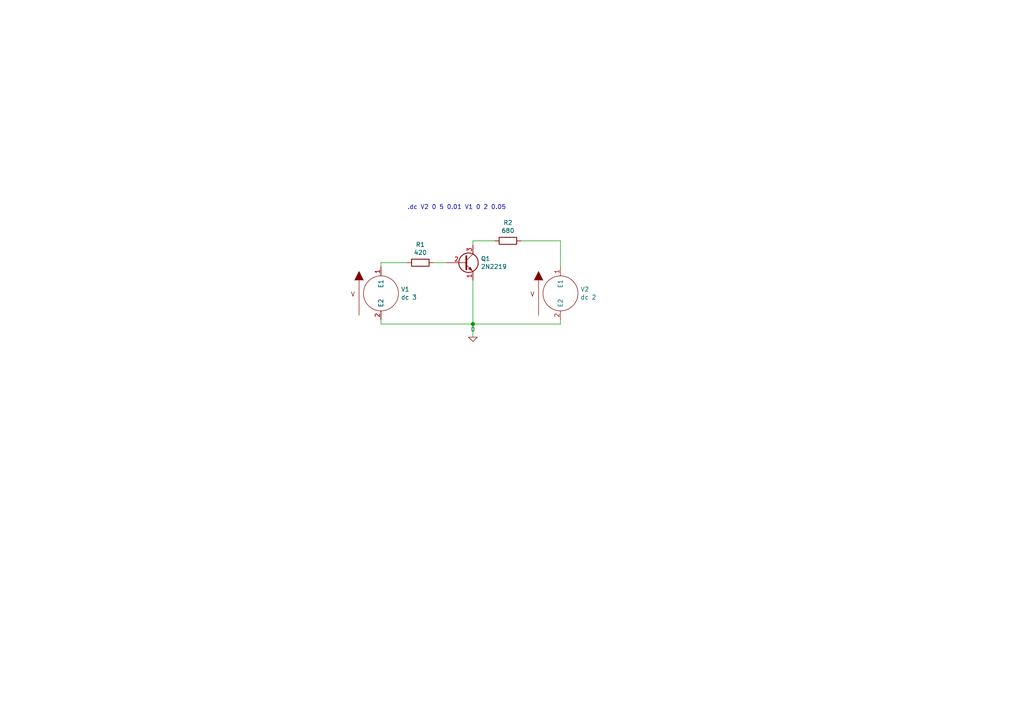
<source format=kicad_sch>
(kicad_sch (version 20210406) (generator eeschema)
  (paper "A4")
  (lib_symbols
    (symbol "BJT-rescue:0-pspice" (power) (pin_names (offset 0))
      (property "Value" "0-pspice" (at 0 -1.778 0))
      (symbol "0-pspice_0_1"
        (polyline (pts (xy -1.27 0) (xy 0 -1.27) (xy 1.27 0) (xy -1.27 0)))
      )
      (symbol "0-pspice_1_1"
        (pin power_in line (at 0 0 0) (length 0) hide (name "0") (number "1"))
      )
    )
    (symbol "BJT-rescue:2N2219-Transistor_BJT" (pin_names (offset 0) hide)
      (property "Reference" "Q" (at 5.08 1.905 0))
      (property "Value" "2N2219-Transistor_BJT" (at 5.08 0 0))
      (symbol "2N2219-Transistor_BJT_0_1"
        (circle (center 1.27 0) (radius 2.8194) (stroke (width 0.254)))
        (polyline (pts (xy 0.635 0.635) (xy 2.54 2.54)))
        (polyline (pts (xy 0.635 -0.635) (xy 2.54 -2.54) (xy 2.54 -2.54)))
        (polyline (pts (xy 0.635 1.905) (xy 0.635 -1.905) (xy 0.635 -1.905)) (stroke (width 0.508)))
        (polyline (pts (xy 1.27 -1.778) (xy 1.778 -1.27) (xy 2.286 -2.286) (xy 1.27 -1.778) (xy 1.27 -1.778)) (fill (type outline)))
      )
      (symbol "2N2219-Transistor_BJT_1_1"
        (pin passive line (at 2.54 -5.08 90) (length 2.54) (name "E") (number "1"))
        (pin passive line (at -5.08 0 0) (length 5.715) (name "B") (number "2"))
        (pin passive line (at 2.54 5.08 270) (length 2.54) (name "C") (number "3"))
      )
    )
    (symbol "BJT-rescue:R-Device" (pin_numbers hide) (pin_names (offset 0))
      (property "Reference" "R" (at 2.032 0 90))
      (property "Value" "R-Device" (at 0 0 90))
      (symbol "R-Device_0_1"
        (rectangle (start -1.016 -2.54) (end 1.016 2.54) (stroke (width 0.254)))
      )
      (symbol "R-Device_1_1"
        (pin passive line (at 0 3.81 270) (length 1.27) (name "~") (number "1"))
        (pin passive line (at 0 -3.81 90) (length 1.27) (name "~") (number "2"))
      )
    )
    (symbol "BJT-rescue:VSOURCE-pspice" (pin_names (offset 1.016))
      (property "Reference" "V" (at -6.35 7.62 0))
      (property "Value" "VSOURCE-pspice" (at 0 0 0))
      (symbol "VSOURCE-pspice_0_1"
        (circle (center 0 0) (radius 5.08))
        (text "V" (at -8.128 -0.254 0) (effects (font (size 1.27 1.27))))
        (polyline (pts (xy -6.35 -6.35) (xy -6.35 3.81)) (fill (type outline)))
        (polyline (pts (xy -7.62 3.81) (xy -6.35 6.35) (xy -5.08 3.81)) (fill (type outline)))
      )
      (symbol "VSOURCE-pspice_1_1"
        (pin input line (at 0 7.62 270) (length 2.54) (name "E1") (number "1"))
        (pin input line (at 0 -7.62 90) (length 2.54) (name "E2") (number "2"))
      )
    )
  )
  (junction (at 137.16 93.98) (diameter 1.016))
  (wire (pts (xy 110.49 76.2) (xy 110.49 77.47)))
  (wire (pts (xy 110.49 92.71) (xy 110.49 93.98)))
  (wire (pts (xy 110.49 93.98) (xy 137.16 93.98)))
  (wire (pts (xy 118.11 76.2) (xy 110.49 76.2)))
  (wire (pts (xy 129.54 76.2) (xy 125.73 76.2)))
  (wire (pts (xy 137.16 69.85) (xy 137.16 71.12)))
  (wire (pts (xy 137.16 81.28) (xy 137.16 93.98)))
  (wire (pts (xy 137.16 93.98) (xy 137.16 97.79)))
  (wire (pts (xy 137.16 93.98) (xy 162.56 93.98)))
  (wire (pts (xy 143.51 69.85) (xy 137.16 69.85)))
  (wire (pts (xy 162.56 69.85) (xy 151.13 69.85)))
  (wire (pts (xy 162.56 77.47) (xy 162.56 69.85)))
  (wire (pts (xy 162.56 93.98) (xy 162.56 92.71)))
  (text ".dc V2 0 5 0.01 V1 0 2 0.05" (at 118.11 60.96 0) (effects (font (size 1.27 1.27)) (justify left bottom)))
  (symbol (lib_id "BJT-rescue:0-pspice") (at 137.16 97.79 0) (unit 1)
    (property "Reference" "#GND01" (effects hide))
    (property "Value" "0" (at 137.16 95.5294 0))
  )
  (symbol (lib_id "BJT-rescue:R-Device") (at 121.92 76.2 270) (unit 1)
    (property "Reference" "R1" (at 121.92 70.9422 90))
    (property "Value" "420" (at 121.92 73.2536 90))
  )
  (symbol (lib_id "BJT-rescue:R-Device") (at 147.32 69.85 270) (unit 1)
    (property "Reference" "R2" (at 147.32 64.5922 90))
    (property "Value" "680" (at 147.32 66.9036 90))
  )
  (symbol (lib_id "BJT-rescue:2N2219-Transistor_BJT") (at 134.62 76.2 0) (unit 1)
    (property "Reference" "Q1" (at 139.446 75.0316 0) (effects (justify left)))
    (property "Value" "2N2219" (at 139.446 77.343 0) (effects (justify left)))
    (property "Footprint" "Package_TO_SOT_THT:TO-39-3" (effects hide))
    (property "Datasheet" "http://www.onsemi.com/pub_link/Collateral/2N2219-D.PDF" (effects hide))
    (property "Spice_Primitive" "Q" (effects hide))
    (property "Spice_Model" "Q2N2222A/ZTX" (effects hide))
    (property "Spice_Netlist_Enabled" "Y" (effects hide))
    (property "Spice_Lib_File" "/home/zhakl/Documents/KiCad/ngspice libraries/library/zetex.lib" (effects hide))
  )
  (symbol (lib_id "BJT-rescue:VSOURCE-pspice") (at 110.49 85.09 0) (unit 1)
    (property "Reference" "V1" (at 116.2812 83.9216 0) (effects (justify left)))
    (property "Value" "dc 3" (at 116.2812 86.233 0) (effects (justify left)))
  )
  (symbol (lib_id "BJT-rescue:VSOURCE-pspice") (at 162.56 85.09 0) (unit 1)
    (property "Reference" "V2" (at 168.3512 83.9216 0) (effects (justify left)))
    (property "Value" "dc 2" (at 168.3512 86.233 0) (effects (justify left)))
  )
)
</source>
